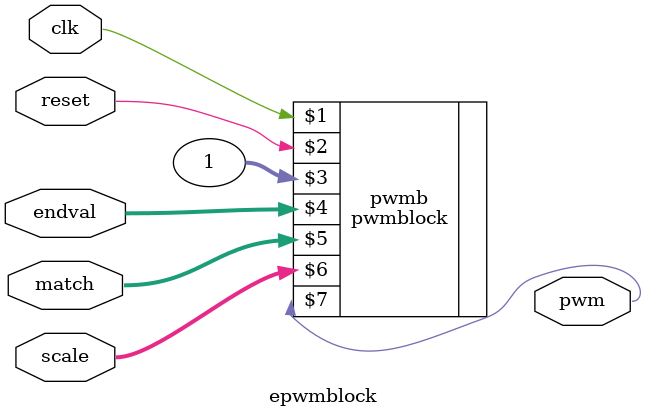
<source format=v>
`default_nettype none
module epwmblock #(parameter CNT_WIDTH=8, DIV_WIDTH=8)
  (input clk, input reset, input [CNT_WIDTH-1:0] endval,
   input [CNT_WIDTH-1:0] match, input [DIV_WIDTH-1:0] scale, output pwm);
  pwmblock #(.CNT_WIDTH(CNT_WIDTH), .DIV_WIDTH(DIV_WIDTH)) pwmb(clk,reset,1,endval,match,scale,pwm,);
endmodule

</source>
